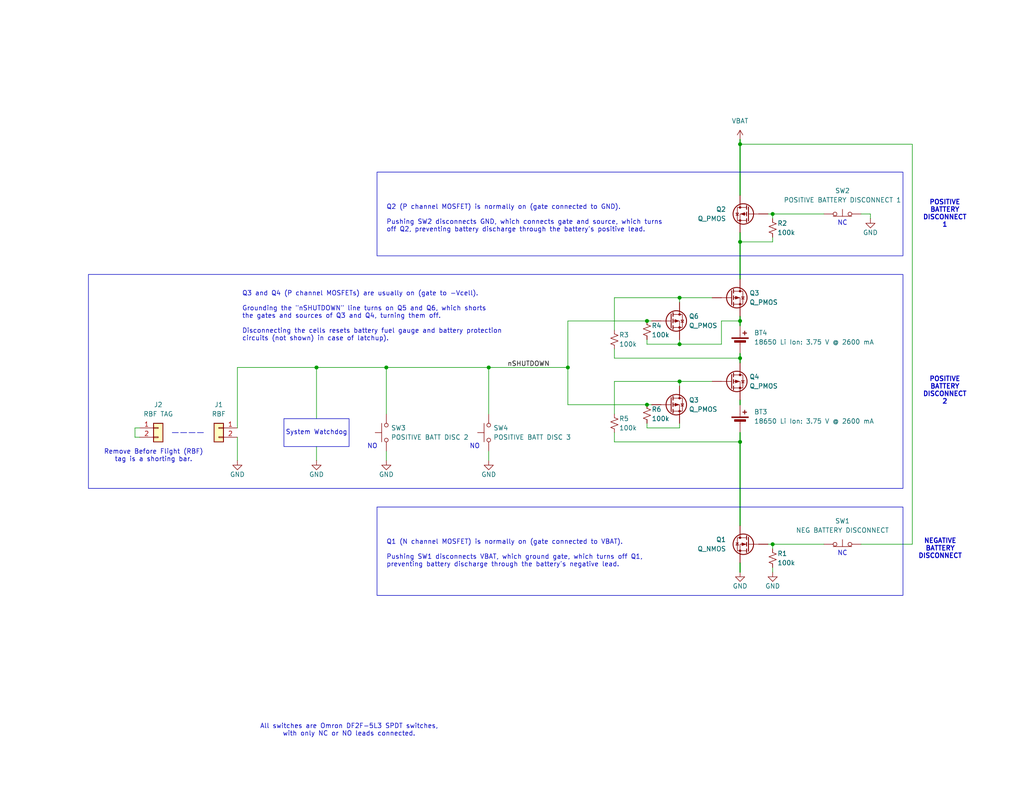
<source format=kicad_sch>
(kicad_sch (version 20250114) (generator "eeschema") (generator_version "9.0")
  (paper "USLetter")
  (title_block (title "OreSat Power Inhibit Scheme") (date "2025-09-16") (rev "2.0"))
  (lib_symbols
    (symbol "Connector_Generic:Conn_01x02" (pin_names (offset 1.016) (hide yes))
      (property "Reference" "J" (at 0 2.54 0))
      (property "Value" "Conn_01x02" (at 0 -5.08 0))
      (symbol "Conn_01x02_1_1"
        (rectangle (start -1.27 1.27) (end 1.27 -3.81) (stroke (width 0.254)) (fill (type background)))
        (rectangle (start -1.27 0.127) (end 0 -0.127) (stroke (width 0.1524)))
        (rectangle (start -1.27 -2.413) (end 0 -2.667) (stroke (width 0.1524)))
        (pin passive line (at -5.08 0 0) (length 3.81) (name "Pin_1") (number "1"))
        (pin passive line (at -5.08 -2.54 0) (length 3.81) (name "Pin_2") (number "2"))
      )
    )
    (symbol "Device:Battery_Cell" (pin_numbers (hide yes)) (pin_names (offset 0) (hide yes))
      (property "Reference" "BT" (at 2.54 2.54 0))
      (property "Value" "Battery_Cell" (at 2.54 0 0))
      (symbol "Battery_Cell_0_1"
        (rectangle (start -2.286 1.778) (end 2.286 1.524) (fill (type outline)))
        (rectangle (start -1.524 1.016) (end 1.524 0.508) (fill (type outline)))
        (polyline (pts (xy 0 1.778) (xy 0 2.54)))
        (polyline (pts (xy 0 0.762) (xy 0 0)))
        (polyline (pts (xy 0.762 3.048) (xy 1.778 3.048)) (stroke (width 0.254)))
        (polyline (pts (xy 1.27 3.556) (xy 1.27 2.54)) (stroke (width 0.254)))
      )
      (symbol "Battery_Cell_1_1"
        (pin passive line (at 0 5.08 270) (length 2.54) (name "+") (number "1"))
        (pin passive line (at 0 -2.54 90) (length 2.54) (name "-") (number "2"))
      )
    )
    (symbol "Device:Q_NMOS" (pin_numbers (hide yes)) (pin_names (offset 0) (hide yes))
      (property "Reference" "Q" (at 5.08 1.27 0))
      (property "Value" "Q_NMOS" (at 5.08 -1.27 0))
      (symbol "Q_NMOS_0_1"
        (polyline (pts (xy 0.254 1.905) (xy 0.254 -1.905)) (stroke (width 0.254)))
        (polyline (pts (xy 0.254 0) (xy -2.54 0)))
        (polyline (pts (xy 0.762 2.286) (xy 0.762 1.27)) (stroke (width 0.254)))
        (polyline (pts (xy 0.762 0.508) (xy 0.762 -0.508)) (stroke (width 0.254)))
        (polyline (pts (xy 0.762 -1.27) (xy 0.762 -2.286)) (stroke (width 0.254)))
        (polyline (pts (xy 0.762 -1.778) (xy 3.302 -1.778) (xy 3.302 1.778) (xy 0.762 1.778)))
        (polyline (pts (xy 1.016 0) (xy 2.032 0.381) (xy 2.032 -0.381) (xy 1.016 0)) (fill (type outline)))
        (circle (center 1.651 0) (radius 2.794) (stroke (width 0.254)))
        (polyline (pts (xy 2.54 2.54) (xy 2.54 1.778)))
        (circle (center 2.54 1.778) (radius 0.254) (fill (type outline)))
        (circle (center 2.54 -1.778) (radius 0.254) (fill (type outline)))
        (polyline (pts (xy 2.54 -2.54) (xy 2.54 0) (xy 0.762 0)))
        (polyline (pts (xy 2.921 0.381) (xy 3.683 0.381)))
        (polyline (pts (xy 3.302 0.381) (xy 2.921 -0.254) (xy 3.683 -0.254) (xy 3.302 0.381)))
      )
      (symbol "Q_NMOS_1_1"
        (pin input line (at -5.08 0 0) (length 2.54) (name "G") (number "G"))
        (pin passive line (at 2.54 5.08 270) (length 2.54) (name "D") (number "D"))
        (pin passive line (at 2.54 -5.08 90) (length 2.54) (name "S") (number "S"))
      )
    )
    (symbol "Device:Q_PMOS" (pin_numbers (hide yes)) (pin_names (offset 0) (hide yes))
      (property "Reference" "Q" (at 5.08 1.27 0))
      (property "Value" "Q_PMOS" (at 5.08 -1.27 0))
      (symbol "Q_PMOS_0_1"
        (polyline (pts (xy 0.254 1.905) (xy 0.254 -1.905)) (stroke (width 0.254)))
        (polyline (pts (xy 0.254 0) (xy -2.54 0)))
        (polyline (pts (xy 0.762 2.286) (xy 0.762 1.27)) (stroke (width 0.254)))
        (polyline (pts (xy 0.762 1.778) (xy 3.302 1.778) (xy 3.302 -1.778) (xy 0.762 -1.778)))
        (polyline (pts (xy 0.762 0.508) (xy 0.762 -0.508)) (stroke (width 0.254)))
        (polyline (pts (xy 0.762 -1.27) (xy 0.762 -2.286)) (stroke (width 0.254)))
        (circle (center 1.651 0) (radius 2.794) (stroke (width 0.254)))
        (polyline (pts (xy 2.286 0) (xy 1.27 0.381) (xy 1.27 -0.381) (xy 2.286 0)) (fill (type outline)))
        (polyline (pts (xy 2.54 2.54) (xy 2.54 1.778)))
        (circle (center 2.54 1.778) (radius 0.254) (fill (type outline)))
        (circle (center 2.54 -1.778) (radius 0.254) (fill (type outline)))
        (polyline (pts (xy 2.54 -2.54) (xy 2.54 0) (xy 0.762 0)))
        (polyline (pts (xy 2.921 -0.381) (xy 3.683 -0.381)))
        (polyline (pts (xy 3.302 -0.381) (xy 2.921 0.254) (xy 3.683 0.254) (xy 3.302 -0.381)))
      )
      (symbol "Q_PMOS_1_1"
        (pin input line (at -5.08 0 0) (length 2.54) (name "G") (number "G"))
        (pin passive line (at 2.54 5.08 270) (length 2.54) (name "D") (number "D"))
        (pin passive line (at 2.54 -5.08 90) (length 2.54) (name "S") (number "S"))
      )
    )
    (symbol "Device:R_Small_US" (pin_numbers (hide yes)) (pin_names (offset 0.254) (hide yes))
      (property "Reference" "R" (at 0.762 0.508 0))
      (property "Value" "R_Small_US" (at 0.762 -1.016 0))
      (symbol "R_Small_US_1_1"
        (polyline (pts (xy 0 1.524) (xy 1.016 1.143) (xy 0 0.762) (xy -1.016 0.381) (xy 0 0)))
        (polyline (pts (xy 0 0) (xy 1.016 -0.381) (xy 0 -0.762) (xy -1.016 -1.143) (xy 0 -1.524)))
        (pin passive line (at 0 2.54 270) (length 1.016) (name "~") (number "1"))
        (pin passive line (at 0 -2.54 90) (length 1.016) (name "~") (number "2"))
      )
    )
    (symbol "Switch:SW_Push" (pin_numbers (hide yes)) (pin_names (offset 1.016) (hide yes))
      (property "Reference" "SW" (at 1.27 2.54 0))
      (property "Value" "SW_Push" (at 0 -1.524 0))
      (symbol "SW_Push_0_1"
        (circle (center -2.032 0) (radius 0.508))
        (polyline (pts (xy 0 1.27) (xy 0 3.048)))
        (circle (center 2.032 0) (radius 0.508))
        (polyline (pts (xy 2.54 1.27) (xy -2.54 1.27)))
        (pin passive line (at -5.08 0 0) (length 2.54) (name "1") (number "1"))
        (pin passive line (at 5.08 0 180) (length 2.54) (name "2") (number "2"))
      )
    )
    (symbol "Switch:SW_Push_Open" (pin_numbers (hide yes)) (pin_names (offset 1.016) (hide yes))
      (property "Reference" "SW" (at 0 2.54 0))
      (property "Value" "SW_Push_Open" (at 0 -1.905 0))
      (symbol "SW_Push_Open_0_1"
        (polyline (pts (xy -2.54 -0.635) (xy 2.54 -0.635)))
        (circle (center -2.032 0) (radius 0.508))
        (polyline (pts (xy 0 -0.635) (xy 0 1.27)))
        (circle (center 2.032 0) (radius 0.508))
        (pin passive line (at -5.08 0 0) (length 2.54) (name "A") (number "1"))
      )
      (symbol "SW_Push_Open_1_1"
        (pin passive line (at 5.08 0 180) (length 2.54) (name "B") (number "2"))
      )
    )
    (symbol "oresat-power:VBAT" (power) (pin_names (offset 0))
      (property "Value" "VBAT" (at 0 3.556 0))
      (symbol "VBAT_0_1"
        (polyline (pts (xy -0.762 1.27) (xy 0 2.54)))
        (polyline (pts (xy 0 2.54) (xy 0.762 1.27)))
        (polyline (pts (xy 0 0) (xy 0 2.54)))
      )
      (symbol "VBAT_1_1"
        (pin power_in line (at 0 0 90) (length 0) (hide yes) (name "VBAT") (number "1"))
      )
    )
    (symbol "power:GND" (power) (pin_numbers (hide yes)) (pin_names (offset 0) (hide yes))
      (property "Value" "GND" (at 0 -3.81 0))
      (symbol "GND_0_1"
        (polyline (pts (xy 0 0) (xy 0 -1.27) (xy 1.27 -1.27) (xy 0 -2.54) (xy -1.27 -1.27) (xy 0 -1.27)))
      )
      (symbol "GND_1_1"
        (pin power_in line (at 0 0 270) (length 0) (name "~") (number "1"))
      )
    )
  )
  (rectangle (start 102.87 46.99) (end 246.38 69.85))
  (rectangle (start 102.87 138.43) (end 246.38 162.56))
  (rectangle (start 77.47 114.3) (end 95.25 121.92))
  (rectangle (start 24.13 74.93) (end 246.38 133.35))
  (text "Q3 and Q4 (P channel MOSFETs) are usually on (gate to -Vcell).\n\nGrounding the \"nSHUTDOWN\" line turns on Q5 and Q6, which shorts\nthe gates and sources of Q3 and Q4, turning them off.\n\nDisconnecting the cells resets battery fuel gauge and battery protection\ncircuits (not shown) in case of latchup)." (at 66.04 86.36 0) (effects (font (size 1.27 1.27)) (justify left)))
  (text "Q2 (P channel MOSFET) is normally on (gate connected to GND).\n\nPushing SW2 disconnects GND, which connects gate and source, which turns\noff Q2, preventing battery discharge through the battery's positive lead." (at 105.41 59.69 0) (effects (font (size 1.27 1.27)) (justify left)))
  (text "NC" (at 229.87 151.13 0) (effects (font (size 1.27 1.27))))
  (text "Q1 (N channel MOSFET) is normally on (gate connected to VBAT).\n\nPushing SW1 disconnects VBAT, which ground gate, which turns off Q1, \npreventing battery discharge through the battery's negative lead." (at 105.41 151.13 0) (effects (font (size 1.27 1.27)) (justify left)))
  (text "Remove Before Flight (RBF)\ntag is a shorting bar." (at 41.91 124.46 0) (effects (font (size 1.27 1.27))))
  (text "NO" (at 129.54 121.92 0) (effects (font (size 1.27 1.27) (thickness 0.1588))))
  (text "POSITIVE\nBATTERY\nDISCONNECT\n1" (at 257.81 58.42 0) (effects (font (size 1.27 1.27) (thickness 0.254) (bold yes))))
  (text "NEGATIVE\nBATTERY\nDISCONNECT" (at 256.54 149.86 0) (effects (font (size 1.27 1.27) (thickness 0.254) (bold yes))))
  (text "POSITIVE\nBATTERY\nDISCONNECT\n2" (at 257.81 106.68 0) (effects (font (size 1.27 1.27) (thickness 0.254) (bold yes))))
  (text "System Watchdog" (at 86.36 118.11 0) (effects (font (size 1.27 1.27))))
  (text "All switches are Omron DF2F-5L3 SPDT switches,\nwith only NC or NO leads connected." (at 95.25 199.39 0) (effects (font (size 1.27 1.27))))
  (text "NC" (at 229.87 60.96 0) (effects (font (size 1.27 1.27))))
  (text "NO" (at 101.6 121.92 0) (effects (font (size 1.27 1.27) (thickness 0.1588))))
  (junction (at 176.53 110.49))
  (junction (at 210.82 58.42))
  (junction (at 154.94 100.33))
  (junction (at 185.42 81.28))
  (junction (at 201.93 39.37))
  (junction (at 210.82 148.59))
  (junction (at 176.53 87.63))
  (junction (at 185.42 104.14))
  (junction (at 133.35 100.33))
  (junction (at 105.41 100.33))
  (junction (at 201.93 97.79))
  (junction (at 185.42 93.98))
  (junction (at 86.36 100.33))
  (junction (at 201.93 87.63))
  (junction (at 201.93 120.65))
  (junction (at 201.93 66.04))
  (wire (pts (xy 167.64 104.14) (xy 167.64 113.03)))
  (wire (pts (xy 176.53 92.71) (xy 176.53 93.98)))
  (wire (pts (xy 38.1 116.84) (xy 36.83 116.84)))
  (wire (pts (xy 210.82 66.04) (xy 201.93 66.04)))
  (wire (pts (xy 196.85 93.98) (xy 196.85 87.63)))
  (wire (pts (xy 201.93 153.67) (xy 201.93 156.21)) (stroke (width 0.3)))
  (wire (pts (xy 36.83 116.84) (xy 36.83 119.38)))
  (wire (pts (xy 133.35 123.19) (xy 133.35 125.73)))
  (wire (pts (xy 210.82 156.21) (xy 210.82 154.94)))
  (wire (pts (xy 86.36 121.92) (xy 86.36 125.73)))
  (wire (pts (xy 210.82 58.42) (xy 210.82 59.69)))
  (wire (pts (xy 201.93 96.52) (xy 201.93 97.79)) (stroke (width 0.3)))
  (wire (pts (xy 176.53 110.49) (xy 177.8 110.49)))
  (wire (pts (xy 201.93 110.49) (xy 201.93 109.22)) (stroke (width 0.3)))
  (wire (pts (xy 86.36 100.33) (xy 105.41 100.33)))
  (wire (pts (xy 201.93 38.1) (xy 201.93 39.37)) (stroke (width 0.3)))
  (wire (pts (xy 196.85 87.63) (xy 201.93 87.63)))
  (wire (pts (xy 176.53 87.63) (xy 177.8 87.63)))
  (wire (pts (xy 210.82 58.42) (xy 224.79 58.42)))
  (wire (pts (xy 210.82 64.77) (xy 210.82 66.04)))
  (wire (pts (xy 64.77 116.84) (xy 64.77 100.33)))
  (wire (pts (xy 167.64 81.28) (xy 185.42 81.28)))
  (wire (pts (xy 185.42 93.98) (xy 196.85 93.98)))
  (wire (pts (xy 185.42 115.57) (xy 185.42 116.84)))
  (wire (pts (xy 176.53 115.57) (xy 176.53 116.84)))
  (wire (pts (xy 105.41 100.33) (xy 133.35 100.33)))
  (wire (pts (xy 64.77 119.38) (xy 64.77 125.73)))
  (wire (pts (xy 154.94 110.49) (xy 176.53 110.49)))
  (wire (pts (xy 234.95 58.42) (xy 237.49 58.42)))
  (wire (pts (xy 185.42 81.28) (xy 194.31 81.28)))
  (wire (pts (xy 64.77 100.33) (xy 86.36 100.33)))
  (wire (pts (xy 176.53 93.98) (xy 185.42 93.98)))
  (wire (pts (xy 36.83 119.38) (xy 38.1 119.38)))
  (wire (pts (xy 154.94 87.63) (xy 154.94 100.33)))
  (wire (pts (xy 201.93 118.11) (xy 201.93 120.65)) (stroke (width 0.3)))
  (wire (pts (xy 210.82 148.59) (xy 209.55 148.59)))
  (wire (pts (xy 201.93 86.36) (xy 201.93 87.63)) (stroke (width 0.3)))
  (wire (pts (xy 167.64 118.11) (xy 167.64 120.65)))
  (wire (pts (xy 105.41 123.19) (xy 105.41 125.73)))
  (wire (pts (xy 248.92 148.59) (xy 248.92 39.37)))
  (wire (pts (xy 185.42 92.71) (xy 185.42 93.98)))
  (wire (pts (xy 86.36 100.33) (xy 86.36 114.3)))
  (wire (pts (xy 185.42 104.14) (xy 194.31 104.14)))
  (wire (pts (xy 201.93 66.04) (xy 201.93 63.5)) (stroke (width 0.3)))
  (wire (pts (xy 201.93 39.37) (xy 201.93 53.34)) (stroke (width 0.3)))
  (wire (pts (xy 167.64 104.14) (xy 185.42 104.14)))
  (wire (pts (xy 209.55 58.42) (xy 210.82 58.42)))
  (wire (pts (xy 201.93 66.04) (xy 201.93 76.2)) (stroke (width 0.3)))
  (wire (pts (xy 176.53 116.84) (xy 185.42 116.84)))
  (wire (pts (xy 201.93 87.63) (xy 201.93 88.9)) (stroke (width 0.3)))
  (wire (pts (xy 185.42 104.14) (xy 185.42 105.41)))
  (polyline (pts (xy 46.99 118.11) (xy 55.88 118.11)) (stroke (width 0) (type dash)))
  (wire (pts (xy 201.93 120.65) (xy 201.93 143.51)) (stroke (width 0.3)))
  (wire (pts (xy 133.35 100.33) (xy 133.35 113.03)))
  (wire (pts (xy 133.35 100.33) (xy 154.94 100.33)))
  (wire (pts (xy 237.49 58.42) (xy 237.49 59.69)))
  (wire (pts (xy 154.94 100.33) (xy 154.94 110.49)))
  (wire (pts (xy 234.95 148.59) (xy 248.92 148.59)))
  (wire (pts (xy 201.93 99.06) (xy 201.93 97.79)) (stroke (width 0.3)))
  (wire (pts (xy 154.94 87.63) (xy 176.53 87.63)))
  (wire (pts (xy 167.64 97.79) (xy 201.93 97.79)))
  (wire (pts (xy 167.64 81.28) (xy 167.64 90.17)))
  (wire (pts (xy 210.82 148.59) (xy 224.79 148.59)))
  (wire (pts (xy 185.42 81.28) (xy 185.42 82.55)))
  (wire (pts (xy 105.41 100.33) (xy 105.41 113.03)))
  (wire (pts (xy 167.64 95.25) (xy 167.64 97.79)))
  (wire (pts (xy 210.82 149.86) (xy 210.82 148.59)))
  (wire (pts (xy 167.64 120.65) (xy 201.93 120.65)))
  (wire (pts (xy 248.92 39.37) (xy 201.93 39.37)))
  (label "nSHUTDOWN" (at 138.43 100.33 0) (effects (font (thickness 0.1588))))
  (symbol (lib_id "Switch:SW_Push") (at 105.41 118.11 90) (unit 1)
    (property "Reference" "SW3" (at 106.68 116.8399 90) (effects (justify right)))
    (property "Value" "POSITIVE BATT DISC 2" (at 106.68 119.3799 90) (effects (justify right)))
    (property "Description" "Push button switch, generic, two pins" (effects (hide yes)))
  )
  (symbol (lib_id "Device:R_Small_US") (at 176.53 90.17 0) (unit 1)
    (property "Reference" "R4" (at 177.8 88.9 0) (effects (justify left)))
    (property "Value" "100k" (at 177.8 91.44 0) (effects (justify left)))
    (property "Description" "Resistor, small US symbol" (effects (hide yes)))
  )
  (symbol (lib_id "Device:Q_PMOS") (at 182.88 87.63 0) (unit 1)
    (property "Reference" "Q6" (at 187.96 86.36 0) (effects (justify left)))
    (property "Value" "Q_PMOS" (at 187.96 88.9 0) (effects (justify left)))
    (property "Description" "P-MOSFET transistor" (effects (hide yes)))
  )
  (symbol (lib_id "Device:Q_NMOS") (at 204.47 148.59 0) (mirror y) (unit 1)
    (property "Reference" "Q1" (at 198.12 147.3199 0) (effects (justify left)))
    (property "Value" "Q_NMOS" (at 198.12 149.8599 0) (effects (justify left)))
    (property "Description" "N-MOSFET transistor" (effects (hide yes)))
  )
  (symbol (lib_id "Device:R_Small_US") (at 167.64 92.71 0) (unit 1)
    (property "Reference" "R3" (at 168.91 91.44 0) (effects (justify left)))
    (property "Value" "100k" (at 168.91 93.98 0) (effects (justify left)))
    (property "Description" "Resistor, small US symbol" (effects (hide yes)))
  )
  (symbol (lib_id "Device:Q_PMOS") (at 182.88 110.49 0) (unit 1)
    (property "Reference" "Q3" (at 187.96 109.22 0) (effects (justify left)))
    (property "Value" "Q_PMOS" (at 187.96 111.76 0) (effects (justify left)))
    (property "Description" "P-MOSFET transistor" (effects (hide yes)))
  )
  (symbol (lib_id "power:GND") (at 237.49 59.69 0) (unit 1)
    (property "Reference" "#PWR03" (effects (hide yes)))
    (property "Value" "GND" (at 237.49 63.5 0))
    (property "Description" "Power symbol creates a global label with name \"GND\" , ground" (effects (hide yes)))
  )
  (symbol (lib_id "Switch:SW_Push") (at 133.35 118.11 90) (unit 1)
    (property "Reference" "SW4" (at 134.62 116.8399 90) (effects (justify right)))
    (property "Value" "POSITIVE BATT DISC 3" (at 134.62 119.3799 90) (effects (justify right)))
    (property "Description" "Push button switch, generic, two pins" (effects (hide yes)))
  )
  (symbol (lib_id "Device:Q_PMOS") (at 199.39 81.28 0) (unit 1)
    (property "Reference" "Q3" (at 204.47 80.01 0) (effects (justify left)))
    (property "Value" "Q_PMOS" (at 204.47 82.55 0) (effects (justify left)))
    (property "Description" "P-MOSFET transistor" (effects (hide yes)))
  )
  (symbol (lib_id "Device:R_Small_US") (at 210.82 152.4 0) (unit 1)
    (property "Reference" "R1" (at 212.09 151.13 0) (effects (justify left)))
    (property "Value" "100k" (at 212.09 153.67 0) (effects (justify left)))
    (property "Description" "Resistor, small US symbol" (effects (hide yes)))
  )
  (symbol (lib_id "power:GND") (at 133.35 125.73 0) (unit 1)
    (property "Reference" "#PWR04" (effects (hide yes)))
    (property "Value" "GND" (at 133.35 129.54 0))
    (property "Description" "Power symbol creates a global label with name \"GND\" , ground" (effects (hide yes)))
  )
  (symbol (lib_id "Device:Battery_Cell") (at 201.93 115.57 0) (unit 1)
    (property "Reference" "BT3" (at 205.74 112.4584 0) (effects (justify left)))
    (property "Value" "18650 Li Ion: 3.75 V @ 2600 mA" (at 205.74 114.9984 0) (effects (justify left)))
    (property "Description" "Single-cell battery" (effects (hide yes)))
  )
  (symbol (lib_id "power:GND") (at 210.82 156.21 0) (unit 1)
    (property "Reference" "#PWR02" (effects (hide yes)))
    (property "Value" "GND" (at 210.82 160.02 0))
    (property "Description" "Power symbol creates a global label with name \"GND\" , ground" (effects (hide yes)))
  )
  (symbol (lib_id "Switch:SW_Push_Open") (at 229.87 58.42 0) (unit 1)
    (property "Reference" "SW2" (at 229.87 52.07 0))
    (property "Value" "POSITIVE BATTERY DISCONNECT 1" (at 229.87 54.61 0))
    (property "Description" "Push button switch, push-to-open, generic, two pins" (effects (hide yes)))
  )
  (symbol (lib_id "Device:R_Small_US") (at 176.53 113.03 0) (unit 1)
    (property "Reference" "R6" (at 177.8 111.76 0) (effects (justify left)))
    (property "Value" "100k" (at 177.8 114.3 0) (effects (justify left)))
    (property "Description" "Resistor, small US symbol" (effects (hide yes)))
  )
  (symbol (lib_id "oresat-power:VBAT") (at 201.93 38.1 0) (unit 1)
    (property "Reference" "#VBAT01" (effects (hide yes)))
    (property "Value" "VBAT" (at 201.93 33.02 0))
    (property "Description" "Power symbol creates a global label with name \"VBAT\"" (effects (hide yes)))
  )
  (symbol (lib_id "Switch:SW_Push_Open") (at 229.87 148.59 0) (unit 1)
    (property "Reference" "SW1" (at 229.87 142.24 0))
    (property "Value" "NEG BATTERY DISCONNECT" (at 229.87 144.78 0))
    (property "Description" "Push button switch, push-to-open, generic, two pins" (effects (hide yes)))
  )
  (symbol (lib_id "power:GND") (at 105.41 125.73 0) (unit 1)
    (property "Reference" "#PWR05" (effects (hide yes)))
    (property "Value" "GND" (at 105.41 129.54 0))
    (property "Description" "Power symbol creates a global label with name \"GND\" , ground" (effects (hide yes)))
  )
  (symbol (lib_id "Device:Q_PMOS") (at 204.47 58.42 0) (mirror y) (unit 1)
    (property "Reference" "Q2" (at 198.12 57.1499 0) (effects (justify left)))
    (property "Value" "Q_PMOS" (at 198.12 59.6899 0) (effects (justify left)))
    (property "Description" "P-MOSFET transistor" (effects (hide yes)))
  )
  (symbol (lib_id "power:GND") (at 64.77 125.73 0) (unit 1)
    (property "Reference" "#PWR06" (effects (hide yes)))
    (property "Value" "GND" (at 64.77 129.54 0))
    (property "Description" "Power symbol creates a global label with name \"GND\" , ground" (effects (hide yes)))
  )
  (symbol (lib_id "Device:Q_PMOS") (at 199.39 104.14 0) (unit 1)
    (property "Reference" "Q4" (at 204.47 102.87 0) (effects (justify left)))
    (property "Value" "Q_PMOS" (at 204.47 105.41 0) (effects (justify left)))
    (property "Description" "P-MOSFET transistor" (effects (hide yes)))
  )
  (symbol (lib_id "power:GND") (at 86.36 125.73 0) (unit 1)
    (property "Reference" "#PWR07" (effects (hide yes)))
    (property "Value" "GND" (at 86.36 129.54 0))
    (property "Description" "Power symbol creates a global label with name \"GND\" , ground" (effects (hide yes)))
  )
  (symbol (lib_id "Connector_Generic:Conn_01x02") (at 59.69 116.84 0) (mirror y) (unit 1)
    (property "Reference" "J1" (at 59.69 110.49 0))
    (property "Value" "RBF" (at 59.69 113.03 0))
    (property "Description" "Generic connector, single row, 01x02, script generated (kicad-library-utils/schlib/autogen/connector/)" (effects (hide yes)))
  )
  (symbol (lib_id "power:GND") (at 201.93 156.21 0) (unit 1)
    (property "Reference" "#PWR01" (effects (hide yes)))
    (property "Value" "GND" (at 201.93 160.02 0))
    (property "Description" "Power symbol creates a global label with name \"GND\" , ground" (effects (hide yes)))
  )
  (symbol (lib_id "Device:R_Small_US") (at 167.64 115.57 0) (unit 1)
    (property "Reference" "R5" (at 168.91 114.3 0) (effects (justify left)))
    (property "Value" "100k" (at 168.91 116.84 0) (effects (justify left)))
    (property "Description" "Resistor, small US symbol" (effects (hide yes)))
  )
  (symbol (lib_id "Connector_Generic:Conn_01x02") (at 43.18 116.84 0) (unit 1)
    (property "Reference" "J2" (at 43.18 110.49 0))
    (property "Value" "RBF TAG" (at 43.18 113.03 0))
    (property "Description" "Generic connector, single row, 01x02, script generated (kicad-library-utils/schlib/autogen/connector/)" (effects (hide yes)))
  )
  (symbol (lib_id "Device:R_Small_US") (at 210.82 62.23 0) (unit 1)
    (property "Reference" "R2" (at 212.09 60.96 0) (effects (justify left)))
    (property "Value" "100k" (at 212.09 63.5 0) (effects (justify left)))
    (property "Description" "Resistor, small US symbol" (effects (hide yes)))
  )
  (symbol (lib_id "Device:Battery_Cell") (at 201.93 93.98 0) (unit 1)
    (property "Reference" "BT4" (at 205.74 90.8684 0) (effects (justify left)))
    (property "Value" "18650 Li Ion: 3.75 V @ 2600 mA" (at 205.74 93.4084 0) (effects (justify left)))
    (property "Description" "Single-cell battery" (effects (hide yes)))
  )
)
</source>
